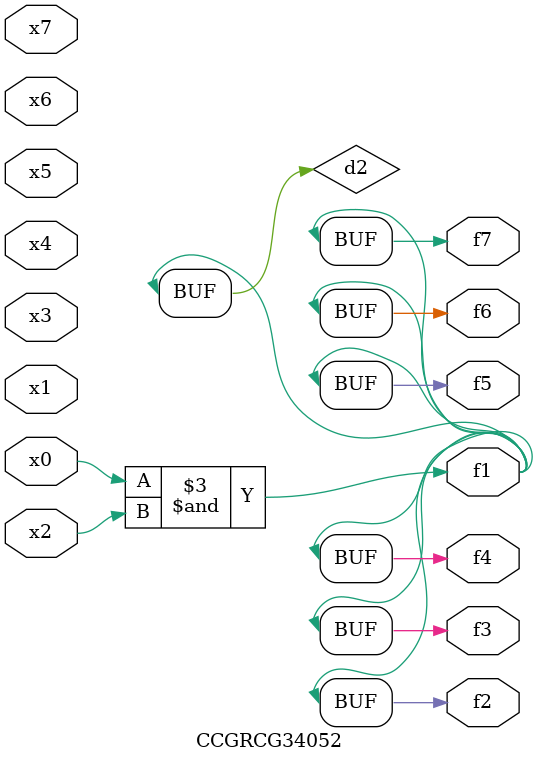
<source format=v>
module CCGRCG34052(
	input x0, x1, x2, x3, x4, x5, x6, x7,
	output f1, f2, f3, f4, f5, f6, f7
);

	wire d1, d2;

	nor (d1, x3, x6);
	and (d2, x0, x2);
	assign f1 = d2;
	assign f2 = d2;
	assign f3 = d2;
	assign f4 = d2;
	assign f5 = d2;
	assign f6 = d2;
	assign f7 = d2;
endmodule

</source>
